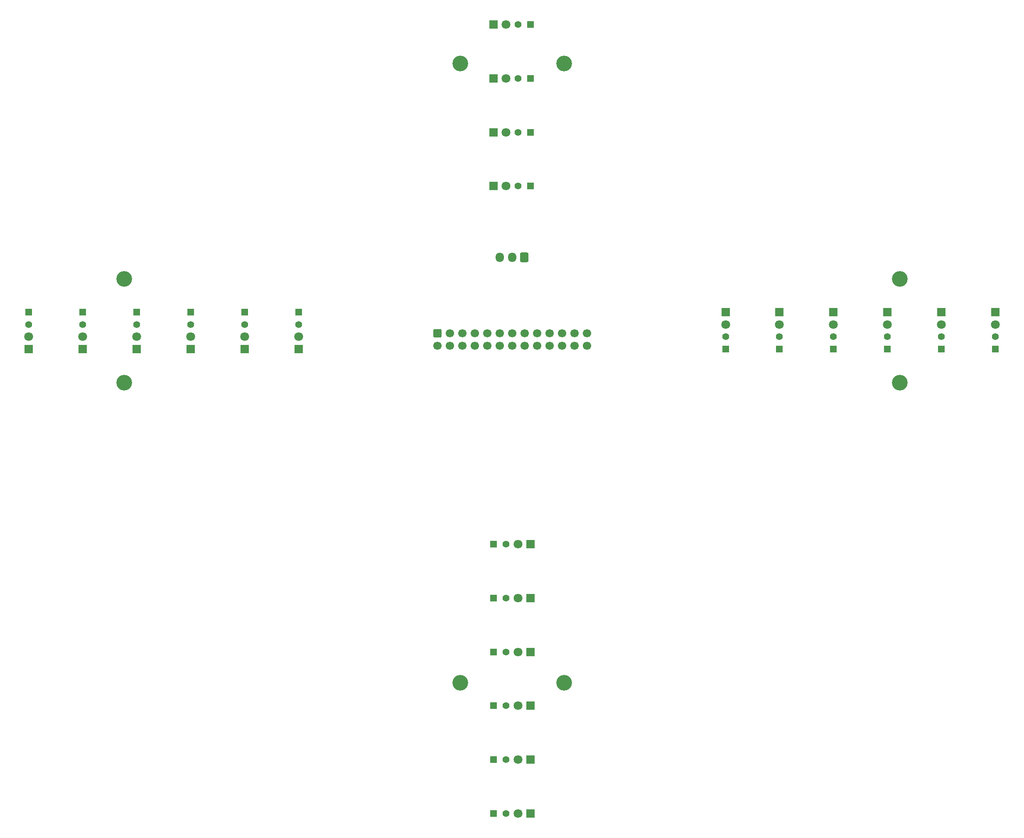
<source format=gbr>
%TF.GenerationSoftware,KiCad,Pcbnew,7.0.6*%
%TF.CreationDate,2023-12-18T00:12:50+09:00*%
%TF.ProjectId,LineSensor_20230418,4c696e65-5365-46e7-936f-725f32303233,rev?*%
%TF.SameCoordinates,Original*%
%TF.FileFunction,Soldermask,Bot*%
%TF.FilePolarity,Negative*%
%FSLAX46Y46*%
G04 Gerber Fmt 4.6, Leading zero omitted, Abs format (unit mm)*
G04 Created by KiCad (PCBNEW 7.0.6) date 2023-12-18 00:12:50*
%MOMM*%
%LPD*%
G01*
G04 APERTURE LIST*
G04 Aperture macros list*
%AMRoundRect*
0 Rectangle with rounded corners*
0 $1 Rounding radius*
0 $2 $3 $4 $5 $6 $7 $8 $9 X,Y pos of 4 corners*
0 Add a 4 corners polygon primitive as box body*
4,1,4,$2,$3,$4,$5,$6,$7,$8,$9,$2,$3,0*
0 Add four circle primitives for the rounded corners*
1,1,$1+$1,$2,$3*
1,1,$1+$1,$4,$5*
1,1,$1+$1,$6,$7*
1,1,$1+$1,$8,$9*
0 Add four rect primitives between the rounded corners*
20,1,$1+$1,$2,$3,$4,$5,0*
20,1,$1+$1,$4,$5,$6,$7,0*
20,1,$1+$1,$6,$7,$8,$9,0*
20,1,$1+$1,$8,$9,$2,$3,0*%
G04 Aperture macros list end*
%ADD10C,1.400000*%
%ADD11R,1.400000X1.400000*%
%ADD12C,3.200000*%
%ADD13R,1.800000X1.800000*%
%ADD14C,1.800000*%
%ADD15RoundRect,0.250000X-0.600000X0.600000X-0.600000X-0.600000X0.600000X-0.600000X0.600000X0.600000X0*%
%ADD16C,1.700000*%
%ADD17RoundRect,0.250000X0.600000X0.725000X-0.600000X0.725000X-0.600000X-0.725000X0.600000X-0.725000X0*%
%ADD18O,1.700000X1.950000*%
G04 APERTURE END LIST*
D10*
%TO.C,Q17*%
X51500000Y-148017500D03*
D11*
X51500000Y-145477500D03*
%TD*%
D12*
%TO.C,REF\u002A\u002A*%
X229036605Y-159847500D03*
%TD*%
D13*
%TO.C,D11*%
X153775000Y-247747500D03*
D14*
X151235000Y-247747500D03*
%TD*%
D10*
%TO.C,Q8*%
X215500000Y-150477500D03*
D11*
X215500000Y-153017500D03*
%TD*%
D13*
%TO.C,D9*%
X204500000Y-145472500D03*
D14*
X204500000Y-148012500D03*
%TD*%
D12*
%TO.C,REF\u002A\u002A*%
X229036605Y-138647500D03*
%TD*%
D13*
%TO.C,D3*%
X146225000Y-108747500D03*
D14*
X148765000Y-108747500D03*
%TD*%
D10*
%TO.C,Q11*%
X148770000Y-247747500D03*
D11*
X146230000Y-247747500D03*
%TD*%
D13*
%TO.C,D7*%
X226500000Y-145472500D03*
D14*
X226500000Y-148012500D03*
%TD*%
D13*
%TO.C,D14*%
X153775000Y-214747500D03*
D14*
X151235000Y-214747500D03*
%TD*%
D10*
%TO.C,Q15*%
X148770000Y-203747500D03*
D11*
X146230000Y-203747500D03*
%TD*%
D10*
%TO.C,Q7*%
X226500000Y-150477500D03*
D11*
X226500000Y-153017500D03*
%TD*%
D12*
%TO.C,REF\u002A\u002A*%
X139400000Y-94747500D03*
%TD*%
D13*
%TO.C,D18*%
X62500000Y-153022500D03*
D14*
X62500000Y-150482500D03*
%TD*%
D10*
%TO.C,Q22*%
X106500000Y-148017500D03*
D11*
X106500000Y-145477500D03*
%TD*%
D10*
%TO.C,Q5*%
X248500000Y-150477500D03*
D11*
X248500000Y-153017500D03*
%TD*%
D13*
%TO.C,D19*%
X73500000Y-153022500D03*
D14*
X73500000Y-150482500D03*
%TD*%
D13*
%TO.C,D16*%
X153775000Y-192747500D03*
D14*
X151235000Y-192747500D03*
%TD*%
D10*
%TO.C,Q3*%
X151230000Y-108747500D03*
D11*
X153770000Y-108747500D03*
%TD*%
D13*
%TO.C,D5*%
X248500000Y-145472500D03*
D14*
X248500000Y-148012500D03*
%TD*%
D13*
%TO.C,D20*%
X84500000Y-153022500D03*
D14*
X84500000Y-150482500D03*
%TD*%
D13*
%TO.C,D6*%
X237500000Y-145472500D03*
D14*
X237500000Y-148012500D03*
%TD*%
D12*
%TO.C,REF\u002A\u002A*%
X70963395Y-138647500D03*
%TD*%
D10*
%TO.C,Q14*%
X148770000Y-214747500D03*
D11*
X146230000Y-214747500D03*
%TD*%
D10*
%TO.C,Q2*%
X151230000Y-97747500D03*
D11*
X153770000Y-97747500D03*
%TD*%
D12*
%TO.C,REF\u002A\u002A*%
X139400000Y-221072380D03*
%TD*%
%TO.C,REF\u002A\u002A*%
X160600000Y-94722142D03*
%TD*%
D10*
%TO.C,Q21*%
X95500000Y-148017500D03*
D11*
X95500000Y-145477500D03*
%TD*%
D13*
%TO.C,D2*%
X146225000Y-97747500D03*
D14*
X148765000Y-97747500D03*
%TD*%
D13*
%TO.C,D22*%
X106500000Y-153022500D03*
D14*
X106500000Y-150482500D03*
%TD*%
D13*
%TO.C,D4*%
X146225000Y-119747500D03*
D14*
X148765000Y-119747500D03*
%TD*%
D13*
%TO.C,D13*%
X153775000Y-225747500D03*
D14*
X151235000Y-225747500D03*
%TD*%
D10*
%TO.C,Q9*%
X204500000Y-150477500D03*
D11*
X204500000Y-153017500D03*
%TD*%
D10*
%TO.C,Q12*%
X148770000Y-236747500D03*
D11*
X146230000Y-236747500D03*
%TD*%
D10*
%TO.C,Q20*%
X84500000Y-148017500D03*
D11*
X84500000Y-145477500D03*
%TD*%
D12*
%TO.C,REF\u002A\u002A*%
X70963395Y-159847500D03*
%TD*%
D10*
%TO.C,Q19*%
X73500000Y-148017500D03*
D11*
X73500000Y-145477500D03*
%TD*%
D10*
%TO.C,Q4*%
X151230000Y-119747500D03*
D11*
X153770000Y-119747500D03*
%TD*%
D12*
%TO.C,REF\u002A\u002A*%
X160600000Y-221072440D03*
%TD*%
D10*
%TO.C,Q10*%
X193500000Y-150477500D03*
D11*
X193500000Y-153017500D03*
%TD*%
D13*
%TO.C,D10*%
X193500000Y-145472500D03*
D14*
X193500000Y-148012500D03*
%TD*%
D13*
%TO.C,D12*%
X153775000Y-236747500D03*
D14*
X151235000Y-236747500D03*
%TD*%
D13*
%TO.C,D21*%
X95500000Y-153022500D03*
D14*
X95500000Y-150482500D03*
%TD*%
D13*
%TO.C,D17*%
X51500000Y-153022500D03*
D14*
X51500000Y-150482500D03*
%TD*%
D10*
%TO.C,Q1*%
X151230000Y-86747500D03*
D11*
X153770000Y-86747500D03*
%TD*%
D13*
%TO.C,D15*%
X153775000Y-203747500D03*
D14*
X151235000Y-203747500D03*
%TD*%
D10*
%TO.C,Q13*%
X148770000Y-225747500D03*
D11*
X146230000Y-225747500D03*
%TD*%
D10*
%TO.C,Q18*%
X62500000Y-148017500D03*
D11*
X62500000Y-145477500D03*
%TD*%
D13*
%TO.C,D8*%
X215500000Y-145472500D03*
D14*
X215500000Y-148012500D03*
%TD*%
D10*
%TO.C,Q16*%
X148770000Y-192747500D03*
D11*
X146230000Y-192747500D03*
%TD*%
D10*
%TO.C,Q6*%
X237500000Y-150477500D03*
D11*
X237500000Y-153017500D03*
%TD*%
D13*
%TO.C,D1*%
X146225000Y-86747500D03*
D14*
X148765000Y-86747500D03*
%TD*%
D15*
%TO.C,J1*%
X134760000Y-149747500D03*
D16*
X134760000Y-152287500D03*
X137300000Y-149747500D03*
X137300000Y-152287500D03*
X139840000Y-149747500D03*
X139840000Y-152287500D03*
X142380000Y-149747500D03*
X142380000Y-152287500D03*
X144920000Y-149747500D03*
X144920000Y-152287500D03*
X147460000Y-149747500D03*
X147460000Y-152287500D03*
X150000000Y-149747500D03*
X150000000Y-152287500D03*
X152540000Y-149747500D03*
X152540000Y-152287500D03*
X155080000Y-149747500D03*
X155080000Y-152287500D03*
X157620000Y-149747500D03*
X157620000Y-152287500D03*
X160160000Y-149747500D03*
X160160000Y-152287500D03*
X162700000Y-149747500D03*
X162700000Y-152287500D03*
X165240000Y-149747500D03*
X165240000Y-152287500D03*
%TD*%
D17*
%TO.C,J2*%
X152500000Y-134247500D03*
D18*
X150000000Y-134247500D03*
X147500000Y-134247500D03*
%TD*%
M02*

</source>
